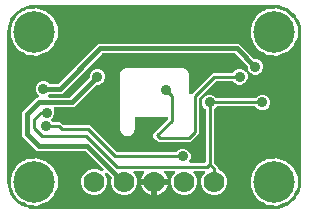
<source format=gbr>
G04 EAGLE Gerber RS-274X export*
G75*
%MOMM*%
%FSLAX34Y34*%
%LPD*%
%INBottom Copper*%
%IPPOS*%
%AMOC8*
5,1,8,0,0,1.08239X$1,22.5*%
G01*
%ADD10C,3.516000*%
%ADD11C,1.778000*%
%ADD12C,0.906400*%
%ADD13C,0.254000*%
%ADD14C,0.889000*%
%ADD15C,0.406400*%

G36*
X228622Y2543D02*
X228622Y2543D01*
X228700Y2545D01*
X232077Y2810D01*
X232145Y2824D01*
X232214Y2829D01*
X232370Y2869D01*
X238794Y4956D01*
X238901Y5006D01*
X239012Y5050D01*
X239063Y5083D01*
X239082Y5091D01*
X239097Y5104D01*
X239148Y5136D01*
X244612Y9107D01*
X244699Y9188D01*
X244746Y9227D01*
X244752Y9231D01*
X244753Y9233D01*
X244791Y9264D01*
X244829Y9310D01*
X244844Y9324D01*
X244855Y9341D01*
X244893Y9387D01*
X246586Y11717D01*
X246599Y11741D01*
X246616Y11761D01*
X246675Y11879D01*
X246739Y11996D01*
X246746Y12022D01*
X246758Y12046D01*
X246785Y12174D01*
X246799Y12185D01*
X246823Y12196D01*
X246925Y12281D01*
X247031Y12361D01*
X247048Y12382D01*
X247068Y12398D01*
X247171Y12522D01*
X248864Y14852D01*
X248921Y14956D01*
X248985Y15056D01*
X249007Y15113D01*
X249017Y15131D01*
X249022Y15151D01*
X249044Y15206D01*
X251131Y21630D01*
X251144Y21698D01*
X251167Y21764D01*
X251190Y21923D01*
X251455Y25300D01*
X251455Y25304D01*
X251456Y25307D01*
X251455Y25326D01*
X251459Y25400D01*
X251459Y152400D01*
X251457Y152422D01*
X251455Y152500D01*
X251190Y155877D01*
X251176Y155945D01*
X251171Y156014D01*
X251131Y156170D01*
X249044Y162594D01*
X248993Y162701D01*
X248950Y162812D01*
X248917Y162863D01*
X248909Y162882D01*
X248896Y162897D01*
X248864Y162948D01*
X247171Y165278D01*
X247153Y165297D01*
X247139Y165320D01*
X247044Y165413D01*
X246953Y165509D01*
X246931Y165524D01*
X246912Y165542D01*
X246798Y165608D01*
X246792Y165624D01*
X246789Y165651D01*
X246740Y165775D01*
X246697Y165900D01*
X246682Y165922D01*
X246672Y165947D01*
X246586Y166083D01*
X244893Y168413D01*
X244812Y168499D01*
X244736Y168591D01*
X244690Y168629D01*
X244676Y168644D01*
X244658Y168655D01*
X244612Y168693D01*
X239148Y172664D01*
X239044Y172721D01*
X238944Y172785D01*
X238887Y172807D01*
X238869Y172817D01*
X238849Y172822D01*
X238794Y172844D01*
X232370Y174931D01*
X232302Y174944D01*
X232236Y174967D01*
X232077Y174990D01*
X228700Y175255D01*
X228678Y175254D01*
X228600Y175259D01*
X25400Y175259D01*
X25378Y175257D01*
X25300Y175255D01*
X21923Y174990D01*
X21855Y174976D01*
X21786Y174971D01*
X21630Y174931D01*
X18892Y174041D01*
X18867Y174030D01*
X18841Y174024D01*
X18724Y173963D01*
X18604Y173906D01*
X18583Y173889D01*
X18560Y173877D01*
X18462Y173789D01*
X18445Y173788D01*
X18418Y173793D01*
X18286Y173785D01*
X18153Y173783D01*
X18128Y173775D01*
X18101Y173774D01*
X17945Y173734D01*
X15206Y172844D01*
X15099Y172794D01*
X14988Y172750D01*
X14937Y172717D01*
X14918Y172709D01*
X14903Y172696D01*
X14852Y172664D01*
X9388Y168693D01*
X9301Y168612D01*
X9209Y168536D01*
X9171Y168490D01*
X9156Y168476D01*
X9145Y168458D01*
X9107Y168412D01*
X5136Y162948D01*
X5079Y162844D01*
X5015Y162744D01*
X4993Y162687D01*
X4983Y162669D01*
X4978Y162649D01*
X4956Y162594D01*
X2869Y156170D01*
X2856Y156102D01*
X2833Y156036D01*
X2810Y155877D01*
X2545Y152500D01*
X2546Y152478D01*
X2541Y152400D01*
X2541Y25400D01*
X2543Y25378D01*
X2545Y25300D01*
X2810Y21923D01*
X2824Y21855D01*
X2829Y21786D01*
X2869Y21630D01*
X4956Y15206D01*
X5006Y15099D01*
X5050Y14988D01*
X5083Y14937D01*
X5091Y14918D01*
X5104Y14903D01*
X5136Y14852D01*
X9107Y9388D01*
X9127Y9366D01*
X9138Y9348D01*
X9184Y9305D01*
X9188Y9301D01*
X9264Y9209D01*
X9310Y9171D01*
X9324Y9156D01*
X9342Y9145D01*
X9388Y9107D01*
X14852Y5136D01*
X14956Y5079D01*
X15056Y5015D01*
X15113Y4993D01*
X15131Y4983D01*
X15151Y4978D01*
X15206Y4956D01*
X17945Y4066D01*
X17971Y4061D01*
X17996Y4051D01*
X18127Y4031D01*
X18257Y4006D01*
X18284Y4008D01*
X18310Y4004D01*
X18441Y4018D01*
X18455Y4008D01*
X18474Y3989D01*
X18585Y3917D01*
X18694Y3842D01*
X18719Y3832D01*
X18742Y3818D01*
X18891Y3759D01*
X21630Y2869D01*
X21698Y2856D01*
X21764Y2833D01*
X21923Y2810D01*
X25300Y2545D01*
X25322Y2546D01*
X25400Y2541D01*
X228600Y2541D01*
X228622Y2543D01*
G37*
%LPC*%
G36*
X74027Y14477D02*
X74027Y14477D01*
X70013Y16140D01*
X66940Y19213D01*
X65277Y23227D01*
X65277Y27573D01*
X66940Y31587D01*
X70013Y34660D01*
X74027Y36323D01*
X78373Y36323D01*
X82231Y34724D01*
X82299Y34706D01*
X82363Y34678D01*
X82452Y34664D01*
X82538Y34640D01*
X82608Y34639D01*
X82677Y34628D01*
X82766Y34637D01*
X82856Y34635D01*
X82924Y34652D01*
X82994Y34658D01*
X83078Y34689D01*
X83165Y34710D01*
X83227Y34742D01*
X83293Y34766D01*
X83367Y34816D01*
X83447Y34858D01*
X83498Y34905D01*
X83556Y34944D01*
X83616Y35012D01*
X83682Y35072D01*
X83720Y35130D01*
X83766Y35183D01*
X83807Y35263D01*
X83857Y35338D01*
X83879Y35404D01*
X83911Y35466D01*
X83931Y35554D01*
X83960Y35639D01*
X83965Y35708D01*
X83981Y35776D01*
X83978Y35866D01*
X83985Y35956D01*
X83973Y36024D01*
X83971Y36094D01*
X83946Y36180D01*
X83931Y36269D01*
X83902Y36333D01*
X83883Y36400D01*
X83837Y36477D01*
X83800Y36559D01*
X83757Y36614D01*
X83721Y36674D01*
X83615Y36794D01*
X68966Y51444D01*
X68887Y51504D01*
X68815Y51572D01*
X68762Y51601D01*
X68714Y51638D01*
X68623Y51678D01*
X68537Y51726D01*
X68478Y51741D01*
X68423Y51765D01*
X68325Y51780D01*
X68229Y51805D01*
X68129Y51811D01*
X68108Y51815D01*
X68096Y51813D01*
X68068Y51815D01*
X27526Y51815D01*
X14985Y64356D01*
X14985Y84234D01*
X27526Y96775D01*
X28037Y96775D01*
X28175Y96792D01*
X28313Y96805D01*
X28332Y96812D01*
X28353Y96815D01*
X28482Y96866D01*
X28613Y96913D01*
X28630Y96924D01*
X28648Y96932D01*
X28761Y97013D01*
X28876Y97091D01*
X28889Y97107D01*
X28906Y97118D01*
X28994Y97226D01*
X29086Y97330D01*
X29096Y97348D01*
X29108Y97363D01*
X29168Y97489D01*
X29231Y97613D01*
X29235Y97633D01*
X29244Y97651D01*
X29270Y97788D01*
X29301Y97923D01*
X29300Y97944D01*
X29304Y97963D01*
X29295Y98102D01*
X29291Y98241D01*
X29285Y98261D01*
X29284Y98281D01*
X29241Y98413D01*
X29203Y98547D01*
X29192Y98564D01*
X29186Y98583D01*
X29112Y98701D01*
X29041Y98821D01*
X29022Y98842D01*
X29016Y98852D01*
X29001Y98866D01*
X28935Y98941D01*
X27455Y100421D01*
X26455Y102834D01*
X26455Y105446D01*
X27455Y107859D01*
X29301Y109705D01*
X31714Y110705D01*
X34326Y110705D01*
X36739Y109705D01*
X37867Y108576D01*
X37946Y108516D01*
X38018Y108448D01*
X38071Y108419D01*
X38119Y108382D01*
X38210Y108342D01*
X38296Y108294D01*
X38355Y108279D01*
X38411Y108255D01*
X38509Y108240D01*
X38604Y108215D01*
X38704Y108209D01*
X38725Y108205D01*
X38737Y108207D01*
X38765Y108205D01*
X44781Y108205D01*
X44879Y108217D01*
X44978Y108220D01*
X45036Y108237D01*
X45096Y108245D01*
X45188Y108281D01*
X45283Y108309D01*
X45335Y108339D01*
X45392Y108362D01*
X45472Y108420D01*
X45557Y108470D01*
X45633Y108536D01*
X45649Y108548D01*
X45657Y108558D01*
X45678Y108576D01*
X79596Y142495D01*
X198534Y142495D01*
X211292Y129736D01*
X211370Y129676D01*
X211442Y129608D01*
X211495Y129579D01*
X211543Y129542D01*
X211634Y129502D01*
X211721Y129454D01*
X211779Y129439D01*
X211835Y129415D01*
X211933Y129400D01*
X212029Y129375D01*
X212129Y129369D01*
X212149Y129365D01*
X212161Y129367D01*
X212189Y129365D01*
X213786Y129365D01*
X216199Y128365D01*
X218045Y126519D01*
X219045Y124106D01*
X219045Y121494D01*
X218045Y119081D01*
X216199Y117235D01*
X213786Y116235D01*
X211174Y116235D01*
X208761Y117235D01*
X207330Y118666D01*
X207275Y118709D01*
X207227Y118759D01*
X207150Y118806D01*
X207079Y118861D01*
X207015Y118888D01*
X206955Y118925D01*
X206870Y118951D01*
X206787Y118987D01*
X206718Y118998D01*
X206664Y119015D01*
X206671Y119034D01*
X206681Y119123D01*
X206701Y119211D01*
X206699Y119281D01*
X206706Y119350D01*
X206694Y119439D01*
X206691Y119529D01*
X206672Y119596D01*
X206662Y119665D01*
X206610Y119817D01*
X205915Y121494D01*
X205915Y123091D01*
X205903Y123189D01*
X205900Y123288D01*
X205883Y123346D01*
X205875Y123406D01*
X205839Y123498D01*
X205811Y123593D01*
X205781Y123645D01*
X205758Y123702D01*
X205700Y123782D01*
X205650Y123867D01*
X205584Y123943D01*
X205572Y123959D01*
X205562Y123967D01*
X205544Y123988D01*
X195538Y133994D01*
X195460Y134054D01*
X195388Y134122D01*
X195335Y134151D01*
X195287Y134188D01*
X195196Y134228D01*
X195109Y134276D01*
X195051Y134291D01*
X194995Y134315D01*
X194897Y134330D01*
X194801Y134355D01*
X194701Y134361D01*
X194681Y134365D01*
X194669Y134363D01*
X194641Y134365D01*
X83489Y134365D01*
X83391Y134353D01*
X83292Y134350D01*
X83234Y134333D01*
X83174Y134325D01*
X83082Y134289D01*
X82987Y134261D01*
X82935Y134231D01*
X82878Y134208D01*
X82798Y134150D01*
X82713Y134100D01*
X82637Y134034D01*
X82621Y134022D01*
X82613Y134012D01*
X82592Y133994D01*
X48674Y100075D01*
X38765Y100075D01*
X38667Y100063D01*
X38568Y100060D01*
X38510Y100043D01*
X38449Y100035D01*
X38357Y99999D01*
X38262Y99971D01*
X38210Y99941D01*
X38154Y99918D01*
X38074Y99860D01*
X37988Y99810D01*
X37913Y99744D01*
X37896Y99732D01*
X37889Y99722D01*
X37867Y99704D01*
X37105Y98941D01*
X37020Y98832D01*
X36932Y98725D01*
X36923Y98706D01*
X36910Y98690D01*
X36855Y98562D01*
X36796Y98437D01*
X36792Y98417D01*
X36784Y98398D01*
X36762Y98260D01*
X36736Y98124D01*
X36737Y98104D01*
X36734Y98084D01*
X36747Y97945D01*
X36756Y97807D01*
X36762Y97788D01*
X36764Y97768D01*
X36811Y97636D01*
X36854Y97505D01*
X36865Y97487D01*
X36872Y97468D01*
X36950Y97354D01*
X37024Y97236D01*
X37039Y97222D01*
X37050Y97205D01*
X37154Y97113D01*
X37256Y97018D01*
X37274Y97008D01*
X37289Y96995D01*
X37412Y96932D01*
X37534Y96864D01*
X37554Y96859D01*
X37572Y96850D01*
X37708Y96820D01*
X37842Y96785D01*
X37870Y96783D01*
X37882Y96780D01*
X37903Y96781D01*
X38003Y96775D01*
X54941Y96775D01*
X55039Y96787D01*
X55138Y96790D01*
X55196Y96807D01*
X55256Y96815D01*
X55348Y96851D01*
X55443Y96879D01*
X55495Y96909D01*
X55552Y96932D01*
X55632Y96990D01*
X55717Y97040D01*
X55793Y97106D01*
X55809Y97118D01*
X55817Y97128D01*
X55838Y97146D01*
X71891Y113199D01*
X71951Y113277D01*
X72019Y113349D01*
X72048Y113402D01*
X72085Y113450D01*
X72125Y113541D01*
X72173Y113628D01*
X72188Y113686D01*
X72212Y113742D01*
X72227Y113840D01*
X72252Y113936D01*
X72258Y114036D01*
X72262Y114056D01*
X72260Y114068D01*
X72262Y114096D01*
X72262Y115589D01*
X73248Y117969D01*
X75071Y119792D01*
X77451Y120778D01*
X80029Y120778D01*
X82409Y119792D01*
X84232Y117969D01*
X85218Y115589D01*
X85218Y113011D01*
X84232Y110631D01*
X82409Y108808D01*
X80029Y107822D01*
X78536Y107822D01*
X78438Y107810D01*
X78339Y107807D01*
X78281Y107790D01*
X78221Y107782D01*
X78129Y107746D01*
X78034Y107718D01*
X77982Y107688D01*
X77925Y107665D01*
X77845Y107607D01*
X77760Y107557D01*
X77684Y107491D01*
X77668Y107479D01*
X77660Y107469D01*
X77639Y107451D01*
X58834Y88645D01*
X42886Y88645D01*
X42837Y88639D01*
X42787Y88641D01*
X42680Y88619D01*
X42571Y88605D01*
X42524Y88587D01*
X42476Y88577D01*
X42377Y88529D01*
X42275Y88488D01*
X42235Y88459D01*
X42190Y88437D01*
X42107Y88366D01*
X42018Y88302D01*
X41986Y88263D01*
X41948Y88231D01*
X41885Y88141D01*
X41815Y88057D01*
X41794Y88012D01*
X41765Y87971D01*
X41726Y87868D01*
X41679Y87769D01*
X41670Y87720D01*
X41652Y87674D01*
X41640Y87564D01*
X41619Y87457D01*
X41623Y87407D01*
X41617Y87358D01*
X41632Y87249D01*
X41639Y87139D01*
X41655Y87092D01*
X41661Y87043D01*
X41714Y86890D01*
X42351Y85352D01*
X42351Y82740D01*
X41351Y80327D01*
X40026Y79003D01*
X39953Y78908D01*
X39875Y78819D01*
X39856Y78783D01*
X39832Y78751D01*
X39784Y78642D01*
X39730Y78536D01*
X39721Y78497D01*
X39705Y78459D01*
X39686Y78342D01*
X39660Y78226D01*
X39662Y78185D01*
X39655Y78145D01*
X39666Y78027D01*
X39670Y77908D01*
X39681Y77869D01*
X39685Y77829D01*
X39725Y77716D01*
X39758Y77602D01*
X39779Y77568D01*
X39793Y77529D01*
X39860Y77431D01*
X39920Y77328D01*
X39960Y77283D01*
X39971Y77266D01*
X39987Y77253D01*
X40026Y77208D01*
X41169Y76064D01*
X41248Y76004D01*
X41320Y75936D01*
X41373Y75907D01*
X41421Y75870D01*
X41512Y75830D01*
X41598Y75782D01*
X41657Y75767D01*
X41713Y75743D01*
X41811Y75728D01*
X41906Y75703D01*
X42006Y75697D01*
X42027Y75693D01*
X42039Y75695D01*
X42067Y75693D01*
X47320Y75693D01*
X49488Y73524D01*
X49566Y73464D01*
X49638Y73396D01*
X49691Y73367D01*
X49739Y73330D01*
X49830Y73290D01*
X49917Y73242D01*
X49975Y73227D01*
X50031Y73203D01*
X50129Y73188D01*
X50225Y73163D01*
X50325Y73157D01*
X50345Y73153D01*
X50357Y73155D01*
X50385Y73153D01*
X72488Y73153D01*
X94976Y50664D01*
X95055Y50604D01*
X95127Y50536D01*
X95180Y50507D01*
X95228Y50470D01*
X95319Y50430D01*
X95405Y50382D01*
X95464Y50367D01*
X95519Y50343D01*
X95617Y50328D01*
X95713Y50303D01*
X95813Y50297D01*
X95834Y50293D01*
X95846Y50295D01*
X95874Y50293D01*
X144623Y50293D01*
X144721Y50305D01*
X144820Y50308D01*
X144879Y50325D01*
X144939Y50333D01*
X145031Y50369D01*
X145126Y50397D01*
X145178Y50427D01*
X145234Y50450D01*
X145314Y50508D01*
X145400Y50558D01*
X145475Y50624D01*
X145492Y50636D01*
X145499Y50646D01*
X145521Y50664D01*
X147411Y52555D01*
X149824Y53555D01*
X152436Y53555D01*
X154849Y52555D01*
X156695Y50709D01*
X157695Y48296D01*
X157695Y45684D01*
X156727Y43348D01*
X156714Y43300D01*
X156693Y43255D01*
X156672Y43147D01*
X156643Y43041D01*
X156642Y42991D01*
X156633Y42942D01*
X156640Y42833D01*
X156638Y42723D01*
X156650Y42675D01*
X156653Y42625D01*
X156686Y42521D01*
X156712Y42414D01*
X156735Y42370D01*
X156751Y42323D01*
X156809Y42230D01*
X156861Y42133D01*
X156894Y42096D01*
X156921Y42054D01*
X157001Y41979D01*
X157075Y41897D01*
X157116Y41870D01*
X157152Y41836D01*
X157249Y41783D01*
X157340Y41723D01*
X157387Y41706D01*
X157431Y41682D01*
X157537Y41655D01*
X157641Y41619D01*
X157691Y41615D01*
X157739Y41603D01*
X157900Y41593D01*
X169228Y41593D01*
X169346Y41608D01*
X169465Y41615D01*
X169503Y41628D01*
X169544Y41633D01*
X169654Y41676D01*
X169767Y41713D01*
X169802Y41735D01*
X169839Y41750D01*
X169935Y41819D01*
X170036Y41883D01*
X170064Y41913D01*
X170097Y41936D01*
X170173Y42028D01*
X170254Y42115D01*
X170274Y42150D01*
X170299Y42181D01*
X170350Y42289D01*
X170408Y42393D01*
X170418Y42433D01*
X170435Y42469D01*
X170457Y42586D01*
X170487Y42701D01*
X170491Y42761D01*
X170495Y42781D01*
X170493Y42802D01*
X170497Y42862D01*
X170497Y86203D01*
X170485Y86301D01*
X170482Y86400D01*
X170465Y86458D01*
X170457Y86519D01*
X170421Y86611D01*
X170393Y86706D01*
X170363Y86758D01*
X170340Y86814D01*
X170282Y86894D01*
X170232Y86980D01*
X170166Y87055D01*
X170154Y87072D01*
X170144Y87079D01*
X170126Y87101D01*
X168235Y88991D01*
X167235Y91404D01*
X167235Y94016D01*
X168235Y96429D01*
X170081Y98275D01*
X172494Y99275D01*
X175106Y99275D01*
X177519Y98275D01*
X179409Y96384D01*
X179488Y96324D01*
X179560Y96256D01*
X179613Y96227D01*
X179661Y96190D01*
X179752Y96150D01*
X179838Y96102D01*
X179897Y96087D01*
X179953Y96063D01*
X180051Y96048D01*
X180146Y96023D01*
X180246Y96017D01*
X180267Y96013D01*
X180279Y96015D01*
X180307Y96013D01*
X211933Y96013D01*
X212031Y96025D01*
X212130Y96028D01*
X212188Y96045D01*
X212249Y96053D01*
X212341Y96089D01*
X212436Y96117D01*
X212488Y96147D01*
X212544Y96170D01*
X212624Y96228D01*
X212710Y96278D01*
X212785Y96344D01*
X212802Y96356D01*
X212809Y96366D01*
X212831Y96384D01*
X214721Y98275D01*
X217134Y99275D01*
X219746Y99275D01*
X222159Y98275D01*
X224005Y96429D01*
X225005Y94016D01*
X225005Y91404D01*
X224005Y88991D01*
X222159Y87145D01*
X219746Y86145D01*
X217134Y86145D01*
X214721Y87145D01*
X212831Y89036D01*
X212752Y89096D01*
X212680Y89164D01*
X212627Y89193D01*
X212579Y89230D01*
X212488Y89270D01*
X212402Y89318D01*
X212343Y89333D01*
X212287Y89357D01*
X212189Y89372D01*
X212094Y89397D01*
X211994Y89403D01*
X211973Y89407D01*
X211961Y89405D01*
X211933Y89407D01*
X180307Y89407D01*
X180209Y89395D01*
X180110Y89392D01*
X180052Y89375D01*
X179991Y89367D01*
X179899Y89331D01*
X179804Y89303D01*
X179752Y89273D01*
X179696Y89250D01*
X179616Y89192D01*
X179530Y89142D01*
X179455Y89076D01*
X179438Y89064D01*
X179431Y89054D01*
X179409Y89036D01*
X177474Y87101D01*
X177414Y87022D01*
X177346Y86950D01*
X177317Y86897D01*
X177280Y86849D01*
X177240Y86758D01*
X177192Y86672D01*
X177177Y86613D01*
X177153Y86557D01*
X177138Y86459D01*
X177113Y86364D01*
X177107Y86264D01*
X177103Y86243D01*
X177105Y86231D01*
X177103Y86203D01*
X177103Y42534D01*
X177115Y42436D01*
X177118Y42337D01*
X177135Y42278D01*
X177143Y42218D01*
X177179Y42126D01*
X177207Y42031D01*
X177237Y41979D01*
X177260Y41923D01*
X177318Y41843D01*
X177368Y41757D01*
X177434Y41682D01*
X177446Y41665D01*
X177456Y41657D01*
X177474Y41636D01*
X181103Y38008D01*
X181103Y36703D01*
X181106Y36673D01*
X181104Y36644D01*
X181126Y36516D01*
X181143Y36387D01*
X181153Y36360D01*
X181158Y36331D01*
X181212Y36212D01*
X181260Y36091D01*
X181277Y36068D01*
X181289Y36041D01*
X181370Y35939D01*
X181446Y35834D01*
X181469Y35815D01*
X181488Y35792D01*
X181591Y35714D01*
X181691Y35631D01*
X181718Y35619D01*
X181742Y35601D01*
X181886Y35530D01*
X183987Y34660D01*
X187060Y31587D01*
X188723Y27573D01*
X188723Y23227D01*
X187060Y19213D01*
X183987Y16140D01*
X179973Y14477D01*
X175627Y14477D01*
X171613Y16140D01*
X168540Y19213D01*
X166877Y23227D01*
X166877Y27573D01*
X168540Y31587D01*
X169773Y32821D01*
X169859Y32930D01*
X169947Y33037D01*
X169956Y33056D01*
X169968Y33072D01*
X170024Y33199D01*
X170083Y33325D01*
X170087Y33345D01*
X170095Y33364D01*
X170117Y33502D01*
X170143Y33638D01*
X170141Y33658D01*
X170145Y33678D01*
X170132Y33817D01*
X170123Y33955D01*
X170117Y33974D01*
X170115Y33994D01*
X170068Y34126D01*
X170025Y34257D01*
X170014Y34275D01*
X170007Y34294D01*
X169929Y34409D01*
X169855Y34526D01*
X169840Y34540D01*
X169829Y34557D01*
X169724Y34649D01*
X169623Y34744D01*
X169605Y34754D01*
X169590Y34767D01*
X169466Y34831D01*
X169345Y34898D01*
X169325Y34903D01*
X169307Y34912D01*
X169171Y34942D01*
X169037Y34977D01*
X169009Y34979D01*
X168997Y34982D01*
X168976Y34981D01*
X168876Y34987D01*
X161324Y34987D01*
X161186Y34970D01*
X161048Y34957D01*
X161029Y34950D01*
X161008Y34947D01*
X160879Y34896D01*
X160748Y34849D01*
X160732Y34838D01*
X160713Y34830D01*
X160601Y34749D01*
X160485Y34671D01*
X160472Y34655D01*
X160455Y34644D01*
X160367Y34536D01*
X160275Y34432D01*
X160266Y34414D01*
X160253Y34399D01*
X160193Y34273D01*
X160130Y34149D01*
X160126Y34129D01*
X160117Y34111D01*
X160091Y33974D01*
X160061Y33839D01*
X160061Y33818D01*
X160057Y33799D01*
X160066Y33660D01*
X160070Y33521D01*
X160076Y33501D01*
X160077Y33481D01*
X160120Y33349D01*
X160159Y33215D01*
X160169Y33198D01*
X160175Y33179D01*
X160250Y33061D01*
X160320Y32941D01*
X160339Y32920D01*
X160345Y32910D01*
X160360Y32896D01*
X160427Y32821D01*
X161660Y31587D01*
X163323Y27573D01*
X163323Y23227D01*
X161660Y19213D01*
X158587Y16140D01*
X154573Y14477D01*
X150227Y14477D01*
X146213Y16140D01*
X143140Y19213D01*
X141477Y23227D01*
X141477Y27573D01*
X143140Y31587D01*
X144373Y32821D01*
X144459Y32930D01*
X144547Y33037D01*
X144556Y33056D01*
X144568Y33072D01*
X144624Y33199D01*
X144683Y33325D01*
X144687Y33345D01*
X144695Y33364D01*
X144717Y33502D01*
X144743Y33638D01*
X144741Y33658D01*
X144745Y33678D01*
X144732Y33817D01*
X144723Y33955D01*
X144717Y33974D01*
X144715Y33994D01*
X144668Y34126D01*
X144625Y34257D01*
X144614Y34275D01*
X144607Y34294D01*
X144529Y34409D01*
X144455Y34526D01*
X144440Y34540D01*
X144429Y34557D01*
X144324Y34649D01*
X144223Y34744D01*
X144205Y34754D01*
X144190Y34767D01*
X144066Y34831D01*
X143945Y34898D01*
X143925Y34903D01*
X143907Y34912D01*
X143771Y34942D01*
X143637Y34977D01*
X143609Y34979D01*
X143597Y34982D01*
X143576Y34981D01*
X143476Y34987D01*
X136642Y34987D01*
X136504Y34970D01*
X136366Y34957D01*
X136347Y34950D01*
X136327Y34947D01*
X136197Y34896D01*
X136066Y34849D01*
X136050Y34838D01*
X136031Y34830D01*
X135918Y34749D01*
X135803Y34670D01*
X135790Y34655D01*
X135774Y34644D01*
X135685Y34536D01*
X135593Y34432D01*
X135584Y34414D01*
X135571Y34399D01*
X135512Y34273D01*
X135448Y34149D01*
X135444Y34129D01*
X135436Y34111D01*
X135409Y33974D01*
X135379Y33838D01*
X135380Y33818D01*
X135376Y33799D01*
X135384Y33659D01*
X135389Y33520D01*
X135394Y33501D01*
X135396Y33481D01*
X135438Y33349D01*
X135477Y33215D01*
X135487Y33198D01*
X135494Y33179D01*
X135568Y33061D01*
X135639Y32941D01*
X135657Y32920D01*
X135664Y32910D01*
X135679Y32896D01*
X135704Y32867D01*
X136777Y31391D01*
X137593Y29788D01*
X138149Y28077D01*
X138177Y27899D01*
X128230Y27899D01*
X128112Y27884D01*
X127993Y27877D01*
X127955Y27864D01*
X127915Y27859D01*
X127804Y27816D01*
X127691Y27779D01*
X127657Y27757D01*
X127619Y27742D01*
X127523Y27673D01*
X127422Y27609D01*
X127394Y27579D01*
X127362Y27556D01*
X127286Y27464D01*
X127204Y27377D01*
X127185Y27342D01*
X127159Y27311D01*
X127108Y27203D01*
X127051Y27099D01*
X127041Y27059D01*
X127023Y27023D01*
X127003Y26916D01*
X126999Y26946D01*
X126955Y27056D01*
X126919Y27169D01*
X126897Y27204D01*
X126882Y27241D01*
X126812Y27337D01*
X126749Y27438D01*
X126719Y27466D01*
X126695Y27499D01*
X126604Y27575D01*
X126517Y27656D01*
X126482Y27676D01*
X126450Y27701D01*
X126343Y27752D01*
X126238Y27810D01*
X126199Y27820D01*
X126163Y27837D01*
X126046Y27859D01*
X125930Y27889D01*
X125870Y27893D01*
X125850Y27897D01*
X125830Y27895D01*
X125770Y27899D01*
X115823Y27899D01*
X115851Y28077D01*
X116407Y29788D01*
X117223Y31391D01*
X118340Y32927D01*
X118344Y32935D01*
X118429Y33037D01*
X118437Y33056D01*
X118450Y33071D01*
X118505Y33199D01*
X118564Y33325D01*
X118568Y33345D01*
X118576Y33363D01*
X118598Y33501D01*
X118624Y33638D01*
X118623Y33657D01*
X118626Y33677D01*
X118613Y33816D01*
X118604Y33955D01*
X118598Y33974D01*
X118596Y33994D01*
X118549Y34125D01*
X118506Y34257D01*
X118496Y34274D01*
X118489Y34293D01*
X118411Y34408D01*
X118336Y34526D01*
X118322Y34540D01*
X118310Y34556D01*
X118206Y34649D01*
X118105Y34744D01*
X118087Y34754D01*
X118072Y34767D01*
X117948Y34830D01*
X117826Y34898D01*
X117807Y34903D01*
X117789Y34912D01*
X117653Y34942D01*
X117518Y34977D01*
X117491Y34979D01*
X117479Y34981D01*
X117458Y34981D01*
X117358Y34987D01*
X110524Y34987D01*
X110386Y34970D01*
X110248Y34957D01*
X110229Y34950D01*
X110208Y34947D01*
X110079Y34896D01*
X109948Y34849D01*
X109932Y34838D01*
X109913Y34830D01*
X109801Y34749D01*
X109685Y34671D01*
X109672Y34655D01*
X109655Y34644D01*
X109567Y34536D01*
X109475Y34432D01*
X109466Y34414D01*
X109453Y34399D01*
X109393Y34273D01*
X109330Y34149D01*
X109326Y34129D01*
X109317Y34111D01*
X109291Y33974D01*
X109261Y33839D01*
X109261Y33818D01*
X109257Y33799D01*
X109266Y33660D01*
X109270Y33521D01*
X109276Y33501D01*
X109277Y33481D01*
X109320Y33349D01*
X109359Y33215D01*
X109369Y33198D01*
X109375Y33179D01*
X109450Y33061D01*
X109520Y32941D01*
X109539Y32920D01*
X109545Y32910D01*
X109560Y32896D01*
X109627Y32821D01*
X110860Y31587D01*
X112523Y27573D01*
X112523Y23227D01*
X110860Y19213D01*
X107787Y16140D01*
X103773Y14477D01*
X99427Y14477D01*
X95413Y16140D01*
X92340Y19213D01*
X90677Y23227D01*
X90677Y27573D01*
X90985Y28316D01*
X90993Y28344D01*
X91006Y28371D01*
X91035Y28497D01*
X91069Y28623D01*
X91070Y28652D01*
X91076Y28681D01*
X91072Y28811D01*
X91074Y28941D01*
X91067Y28969D01*
X91066Y28999D01*
X91030Y29123D01*
X91000Y29250D01*
X90986Y29276D01*
X90978Y29304D01*
X90912Y29416D01*
X90851Y29531D01*
X90831Y29553D01*
X90816Y29578D01*
X90710Y29699D01*
X87594Y32815D01*
X87539Y32858D01*
X87491Y32908D01*
X87414Y32955D01*
X87343Y33010D01*
X87279Y33037D01*
X87220Y33074D01*
X87134Y33100D01*
X87051Y33136D01*
X86982Y33147D01*
X86916Y33167D01*
X86826Y33172D01*
X86737Y33186D01*
X86668Y33179D01*
X86598Y33183D01*
X86510Y33164D01*
X86421Y33156D01*
X86355Y33132D01*
X86287Y33118D01*
X86206Y33079D01*
X86121Y33048D01*
X86064Y33009D01*
X86001Y32979D01*
X85933Y32920D01*
X85858Y32870D01*
X85812Y32817D01*
X85759Y32772D01*
X85707Y32699D01*
X85648Y32631D01*
X85616Y32569D01*
X85576Y32512D01*
X85544Y32428D01*
X85503Y32348D01*
X85488Y32280D01*
X85463Y32215D01*
X85453Y32125D01*
X85433Y32038D01*
X85436Y31968D01*
X85428Y31899D01*
X85440Y31810D01*
X85443Y31720D01*
X85463Y31653D01*
X85472Y31584D01*
X85524Y31431D01*
X87123Y27573D01*
X87123Y23227D01*
X85460Y19213D01*
X82387Y16140D01*
X78373Y14477D01*
X74027Y14477D01*
G37*
%LPD*%
%LPC*%
G36*
X130744Y58927D02*
X130744Y58927D01*
X128576Y61096D01*
X126269Y63402D01*
X126269Y66138D01*
X137931Y77799D01*
X137991Y77878D01*
X138059Y77950D01*
X138079Y77986D01*
X138103Y78015D01*
X138112Y78033D01*
X138125Y78051D01*
X138165Y78142D01*
X138213Y78228D01*
X138223Y78270D01*
X138239Y78303D01*
X138242Y78320D01*
X138252Y78342D01*
X138267Y78440D01*
X138292Y78536D01*
X138296Y78603D01*
X138299Y78615D01*
X138298Y78628D01*
X138298Y78636D01*
X138302Y78657D01*
X138300Y78669D01*
X138302Y78697D01*
X138302Y79375D01*
X138287Y79493D01*
X138280Y79612D01*
X138267Y79650D01*
X138262Y79691D01*
X138219Y79801D01*
X138182Y79914D01*
X138160Y79949D01*
X138145Y79986D01*
X138076Y80082D01*
X138012Y80183D01*
X137982Y80211D01*
X137959Y80244D01*
X137867Y80320D01*
X137780Y80401D01*
X137745Y80421D01*
X137714Y80446D01*
X137606Y80497D01*
X137502Y80555D01*
X137462Y80565D01*
X137426Y80582D01*
X137309Y80604D01*
X137194Y80634D01*
X137134Y80638D01*
X137114Y80642D01*
X137093Y80640D01*
X137033Y80644D01*
X112014Y80644D01*
X111896Y80629D01*
X111777Y80622D01*
X111739Y80609D01*
X111698Y80604D01*
X111588Y80561D01*
X111475Y80524D01*
X111440Y80502D01*
X111403Y80487D01*
X111307Y80418D01*
X111206Y80354D01*
X111178Y80324D01*
X111145Y80301D01*
X111069Y80209D01*
X110988Y80122D01*
X110968Y80087D01*
X110943Y80056D01*
X110892Y79948D01*
X110834Y79844D01*
X110824Y79804D01*
X110807Y79768D01*
X110785Y79651D01*
X110755Y79536D01*
X110751Y79476D01*
X110747Y79456D01*
X110749Y79435D01*
X110745Y79375D01*
X110745Y69806D01*
X109739Y67379D01*
X107881Y65521D01*
X105454Y64515D01*
X102826Y64515D01*
X100399Y65521D01*
X98541Y67379D01*
X97535Y69806D01*
X97535Y116884D01*
X98541Y119311D01*
X100399Y121169D01*
X102826Y122175D01*
X151174Y122175D01*
X153601Y121169D01*
X155459Y119311D01*
X156465Y116884D01*
X156465Y100700D01*
X156482Y100562D01*
X156495Y100423D01*
X156502Y100404D01*
X156505Y100384D01*
X156556Y100255D01*
X156603Y100124D01*
X156614Y100107D01*
X156622Y100089D01*
X156703Y99976D01*
X156781Y99861D01*
X156797Y99848D01*
X156808Y99831D01*
X156916Y99743D01*
X157020Y99650D01*
X157038Y99641D01*
X157053Y99628D01*
X157179Y99569D01*
X157303Y99506D01*
X157323Y99501D01*
X157341Y99493D01*
X157477Y99467D01*
X157613Y99436D01*
X157634Y99437D01*
X157653Y99433D01*
X157792Y99442D01*
X157931Y99446D01*
X157951Y99452D01*
X157971Y99453D01*
X158103Y99496D01*
X158237Y99534D01*
X158254Y99545D01*
X158273Y99551D01*
X158391Y99625D01*
X158511Y99696D01*
X158532Y99714D01*
X158542Y99721D01*
X158556Y99736D01*
X158631Y99802D01*
X174126Y115296D01*
X176432Y117603D01*
X192883Y117603D01*
X192981Y117615D01*
X193080Y117618D01*
X193139Y117635D01*
X193199Y117643D01*
X193291Y117679D01*
X193386Y117707D01*
X193438Y117737D01*
X193494Y117760D01*
X193574Y117818D01*
X193660Y117868D01*
X193735Y117934D01*
X193752Y117946D01*
X193759Y117956D01*
X193781Y117974D01*
X195671Y119865D01*
X198084Y120865D01*
X200696Y120865D01*
X203109Y119865D01*
X204540Y118434D01*
X204595Y118391D01*
X204643Y118341D01*
X204720Y118294D01*
X204791Y118239D01*
X204855Y118212D01*
X204915Y118175D01*
X205000Y118149D01*
X205083Y118113D01*
X205152Y118102D01*
X205206Y118085D01*
X205199Y118066D01*
X205189Y117976D01*
X205169Y117889D01*
X205171Y117819D01*
X205164Y117750D01*
X205176Y117661D01*
X205179Y117571D01*
X205198Y117504D01*
X205208Y117435D01*
X205260Y117282D01*
X205955Y115606D01*
X205955Y112994D01*
X204955Y110581D01*
X203109Y108735D01*
X200696Y107735D01*
X198084Y107735D01*
X195671Y108735D01*
X193781Y110626D01*
X193702Y110686D01*
X193630Y110754D01*
X193577Y110783D01*
X193529Y110820D01*
X193438Y110860D01*
X193352Y110908D01*
X193293Y110923D01*
X193237Y110947D01*
X193139Y110962D01*
X193044Y110987D01*
X192944Y110993D01*
X192923Y110997D01*
X192911Y110995D01*
X192883Y110997D01*
X179694Y110997D01*
X179596Y110985D01*
X179497Y110982D01*
X179438Y110965D01*
X179378Y110957D01*
X179286Y110921D01*
X179191Y110893D01*
X179139Y110863D01*
X179083Y110840D01*
X179003Y110782D01*
X178917Y110732D01*
X178842Y110666D01*
X178825Y110654D01*
X178817Y110644D01*
X178796Y110626D01*
X164964Y96794D01*
X164904Y96715D01*
X164836Y96643D01*
X164807Y96590D01*
X164770Y96542D01*
X164730Y96451D01*
X164682Y96365D01*
X164667Y96306D01*
X164643Y96251D01*
X164628Y96153D01*
X164603Y96057D01*
X164597Y95957D01*
X164593Y95936D01*
X164595Y95924D01*
X164593Y95896D01*
X164593Y65942D01*
X157578Y58927D01*
X130744Y58927D01*
G37*
%LPD*%
%LPC*%
G36*
X226876Y5780D02*
X226876Y5780D01*
X226858Y5780D01*
X226743Y5787D01*
X224699Y5787D01*
X224151Y6014D01*
X224052Y6041D01*
X223957Y6077D01*
X223865Y6092D01*
X223844Y6098D01*
X223831Y6098D01*
X223798Y6104D01*
X222379Y6253D01*
X219415Y7964D01*
X219413Y7965D01*
X219410Y7967D01*
X219266Y8038D01*
X217490Y8773D01*
X216893Y9370D01*
X216826Y9422D01*
X216765Y9483D01*
X216651Y9558D01*
X216642Y9565D01*
X216638Y9567D01*
X216631Y9572D01*
X215129Y10439D01*
X213339Y12903D01*
X213326Y12917D01*
X213316Y12933D01*
X213209Y13054D01*
X211973Y14290D01*
X211557Y15296D01*
X211522Y15356D01*
X211497Y15420D01*
X211411Y15556D01*
X210208Y17211D01*
X209647Y19849D01*
X209636Y19883D01*
X209631Y19919D01*
X209579Y20071D01*
X208987Y21499D01*
X208987Y22822D01*
X208981Y22874D01*
X208983Y22926D01*
X208960Y23086D01*
X208468Y25400D01*
X208960Y27714D01*
X208964Y27767D01*
X208977Y27817D01*
X208987Y27978D01*
X208987Y29301D01*
X209579Y30729D01*
X209588Y30763D01*
X209604Y30795D01*
X209647Y30951D01*
X210208Y33589D01*
X211411Y35244D01*
X211444Y35305D01*
X211486Y35360D01*
X211557Y35504D01*
X211973Y36510D01*
X213209Y37746D01*
X213221Y37761D01*
X213236Y37773D01*
X213339Y37897D01*
X215129Y40361D01*
X216631Y41228D01*
X216699Y41280D01*
X216773Y41324D01*
X216875Y41414D01*
X216884Y41421D01*
X216887Y41424D01*
X216893Y41430D01*
X217490Y42027D01*
X219266Y42762D01*
X219268Y42764D01*
X219271Y42764D01*
X219415Y42836D01*
X222379Y44547D01*
X223798Y44696D01*
X223898Y44720D01*
X223999Y44734D01*
X224087Y44764D01*
X224108Y44769D01*
X224120Y44775D01*
X224151Y44786D01*
X224699Y45013D01*
X226743Y45013D01*
X226760Y45015D01*
X226876Y45020D01*
X230704Y45422D01*
X231773Y45075D01*
X231890Y45053D01*
X232005Y45023D01*
X232065Y45019D01*
X232085Y45015D01*
X232106Y45017D01*
X232165Y45013D01*
X232501Y45013D01*
X234409Y44222D01*
X234430Y44217D01*
X234503Y44188D01*
X238666Y42835D01*
X239278Y42285D01*
X239389Y42207D01*
X239497Y42126D01*
X239527Y42111D01*
X239539Y42103D01*
X239559Y42096D01*
X239641Y42055D01*
X239710Y42027D01*
X241005Y40732D01*
X241019Y40721D01*
X241053Y40686D01*
X244887Y37234D01*
X245100Y36756D01*
X245179Y36626D01*
X245450Y35971D01*
X245455Y35962D01*
X245463Y35941D01*
X248292Y29586D01*
X248292Y21214D01*
X245463Y14859D01*
X245460Y14849D01*
X245450Y14829D01*
X245194Y14211D01*
X245175Y14187D01*
X245170Y14178D01*
X245168Y14175D01*
X245163Y14165D01*
X245100Y14044D01*
X244985Y13785D01*
X244977Y13759D01*
X244964Y13736D01*
X244931Y13607D01*
X244914Y13552D01*
X244880Y13536D01*
X244860Y13519D01*
X244836Y13507D01*
X244710Y13407D01*
X241053Y10114D01*
X241041Y10100D01*
X241005Y10068D01*
X239710Y8773D01*
X239641Y8745D01*
X239524Y8678D01*
X239404Y8615D01*
X239377Y8594D01*
X239365Y8587D01*
X239350Y8572D01*
X239278Y8515D01*
X238666Y7965D01*
X234502Y6612D01*
X234483Y6603D01*
X234409Y6577D01*
X232501Y5787D01*
X232165Y5787D01*
X232047Y5772D01*
X231929Y5765D01*
X231870Y5750D01*
X231850Y5747D01*
X231831Y5740D01*
X231773Y5725D01*
X230704Y5378D01*
X226876Y5780D01*
G37*
%LPD*%
%LPC*%
G36*
X226876Y132780D02*
X226876Y132780D01*
X226858Y132780D01*
X226743Y132787D01*
X224699Y132787D01*
X224151Y133014D01*
X224052Y133041D01*
X223957Y133077D01*
X223865Y133092D01*
X223844Y133098D01*
X223831Y133098D01*
X223798Y133104D01*
X222379Y133253D01*
X219415Y134964D01*
X219413Y134965D01*
X219410Y134967D01*
X219266Y135038D01*
X217490Y135773D01*
X216893Y136370D01*
X216826Y136422D01*
X216765Y136483D01*
X216651Y136558D01*
X216642Y136565D01*
X216638Y136567D01*
X216631Y136572D01*
X215129Y137439D01*
X213339Y139903D01*
X213326Y139917D01*
X213316Y139933D01*
X213209Y140054D01*
X211973Y141290D01*
X211557Y142296D01*
X211522Y142356D01*
X211497Y142420D01*
X211411Y142556D01*
X210208Y144211D01*
X209647Y146849D01*
X209636Y146883D01*
X209631Y146919D01*
X209579Y147071D01*
X208987Y148499D01*
X208987Y149822D01*
X208981Y149874D01*
X208983Y149926D01*
X208960Y150086D01*
X208468Y152400D01*
X208960Y154714D01*
X208964Y154767D01*
X208977Y154817D01*
X208987Y154978D01*
X208987Y156301D01*
X209579Y157729D01*
X209588Y157763D01*
X209604Y157795D01*
X209647Y157951D01*
X210208Y160589D01*
X211411Y162244D01*
X211444Y162305D01*
X211486Y162360D01*
X211557Y162504D01*
X211973Y163510D01*
X213209Y164746D01*
X213221Y164761D01*
X213236Y164773D01*
X213339Y164897D01*
X215129Y167361D01*
X216631Y168228D01*
X216699Y168280D01*
X216773Y168324D01*
X216875Y168414D01*
X216884Y168421D01*
X216887Y168424D01*
X216893Y168430D01*
X217490Y169027D01*
X219266Y169762D01*
X219268Y169764D01*
X219271Y169764D01*
X219415Y169836D01*
X222379Y171547D01*
X223798Y171696D01*
X223898Y171720D01*
X223999Y171734D01*
X224087Y171764D01*
X224108Y171769D01*
X224120Y171775D01*
X224151Y171786D01*
X224699Y172013D01*
X226743Y172013D01*
X226760Y172015D01*
X226876Y172020D01*
X230704Y172422D01*
X231773Y172075D01*
X231890Y172053D01*
X232005Y172023D01*
X232065Y172019D01*
X232085Y172015D01*
X232106Y172017D01*
X232165Y172013D01*
X232501Y172013D01*
X234409Y171222D01*
X234430Y171217D01*
X234503Y171188D01*
X238666Y169835D01*
X239278Y169285D01*
X239389Y169207D01*
X239497Y169126D01*
X239527Y169111D01*
X239539Y169103D01*
X239559Y169096D01*
X239641Y169055D01*
X239710Y169027D01*
X241005Y167732D01*
X241019Y167721D01*
X241053Y167686D01*
X244710Y164393D01*
X244732Y164378D01*
X244750Y164359D01*
X244862Y164287D01*
X244910Y164254D01*
X244914Y164217D01*
X244924Y164192D01*
X244929Y164166D01*
X244985Y164015D01*
X245100Y163756D01*
X245179Y163626D01*
X245450Y162971D01*
X245455Y162962D01*
X245463Y162941D01*
X248292Y156586D01*
X248292Y148214D01*
X245463Y141859D01*
X245460Y141849D01*
X245450Y141829D01*
X245194Y141211D01*
X245175Y141187D01*
X245170Y141179D01*
X245168Y141175D01*
X245163Y141164D01*
X245100Y141044D01*
X244887Y140566D01*
X241053Y137114D01*
X241041Y137100D01*
X241005Y137068D01*
X239710Y135773D01*
X239641Y135745D01*
X239524Y135678D01*
X239404Y135615D01*
X239377Y135594D01*
X239365Y135587D01*
X239350Y135572D01*
X239278Y135515D01*
X238666Y134965D01*
X234502Y133612D01*
X234483Y133603D01*
X234409Y133577D01*
X232501Y132787D01*
X232165Y132787D01*
X232047Y132772D01*
X231929Y132765D01*
X231870Y132750D01*
X231850Y132747D01*
X231831Y132740D01*
X231773Y132725D01*
X230704Y132378D01*
X226876Y132780D01*
G37*
%LPD*%
%LPC*%
G36*
X23676Y5780D02*
X23676Y5780D01*
X23658Y5780D01*
X23543Y5787D01*
X21499Y5787D01*
X20951Y6014D01*
X20852Y6041D01*
X20757Y6077D01*
X20665Y6092D01*
X20644Y6098D01*
X20631Y6098D01*
X20598Y6104D01*
X19416Y6228D01*
X19390Y6227D01*
X19364Y6232D01*
X19231Y6224D01*
X19173Y6223D01*
X19147Y6250D01*
X19125Y6265D01*
X19106Y6283D01*
X18972Y6372D01*
X16215Y7964D01*
X16213Y7965D01*
X16210Y7967D01*
X16066Y8038D01*
X14290Y8773D01*
X13693Y9370D01*
X13626Y9422D01*
X13565Y9483D01*
X13451Y9558D01*
X13442Y9565D01*
X13438Y9567D01*
X13431Y9572D01*
X11929Y10439D01*
X10139Y12903D01*
X10126Y12917D01*
X10116Y12933D01*
X10009Y13054D01*
X8773Y14290D01*
X8357Y15296D01*
X8322Y15356D01*
X8297Y15420D01*
X8211Y15556D01*
X7008Y17211D01*
X6447Y19849D01*
X6436Y19883D01*
X6431Y19919D01*
X6379Y20071D01*
X5787Y21499D01*
X5787Y22822D01*
X5781Y22874D01*
X5783Y22926D01*
X5760Y23086D01*
X5268Y25400D01*
X5760Y27714D01*
X5764Y27767D01*
X5777Y27817D01*
X5787Y27978D01*
X5787Y29301D01*
X6379Y30729D01*
X6388Y30763D01*
X6404Y30795D01*
X6447Y30951D01*
X7008Y33589D01*
X8211Y35244D01*
X8244Y35305D01*
X8286Y35360D01*
X8357Y35504D01*
X8773Y36510D01*
X10009Y37746D01*
X10021Y37761D01*
X10036Y37773D01*
X10139Y37897D01*
X11929Y40361D01*
X13431Y41228D01*
X13499Y41280D01*
X13573Y41324D01*
X13675Y41414D01*
X13684Y41421D01*
X13687Y41424D01*
X13693Y41430D01*
X14290Y42027D01*
X16066Y42762D01*
X16068Y42764D01*
X16071Y42764D01*
X16215Y42836D01*
X19179Y44547D01*
X20598Y44696D01*
X20698Y44720D01*
X20799Y44734D01*
X20887Y44764D01*
X20908Y44769D01*
X20920Y44775D01*
X20951Y44786D01*
X21499Y45013D01*
X23543Y45013D01*
X23560Y45015D01*
X23676Y45020D01*
X27504Y45422D01*
X28573Y45075D01*
X28690Y45053D01*
X28805Y45023D01*
X28865Y45019D01*
X28885Y45015D01*
X28906Y45017D01*
X28965Y45013D01*
X29301Y45013D01*
X31209Y44222D01*
X31230Y44217D01*
X31303Y44188D01*
X35466Y42835D01*
X36078Y42285D01*
X36189Y42207D01*
X36297Y42126D01*
X36327Y42111D01*
X36339Y42103D01*
X36359Y42096D01*
X36441Y42055D01*
X36510Y42027D01*
X37805Y40732D01*
X37819Y40721D01*
X37853Y40686D01*
X41687Y37234D01*
X41900Y36756D01*
X41979Y36626D01*
X42250Y35971D01*
X42255Y35962D01*
X42263Y35941D01*
X45092Y29586D01*
X45092Y21214D01*
X42263Y14859D01*
X42260Y14849D01*
X42250Y14829D01*
X41994Y14211D01*
X41975Y14187D01*
X41970Y14179D01*
X41968Y14175D01*
X41963Y14164D01*
X41900Y14044D01*
X41687Y13566D01*
X37853Y10114D01*
X37841Y10100D01*
X37805Y10068D01*
X36510Y8773D01*
X36441Y8745D01*
X36324Y8678D01*
X36204Y8615D01*
X36177Y8594D01*
X36165Y8587D01*
X36150Y8572D01*
X36078Y8515D01*
X35466Y7965D01*
X31302Y6612D01*
X31283Y6603D01*
X31209Y6577D01*
X29301Y5787D01*
X28965Y5787D01*
X28847Y5772D01*
X28729Y5765D01*
X28670Y5750D01*
X28650Y5747D01*
X28631Y5740D01*
X28573Y5725D01*
X27504Y5378D01*
X23676Y5780D01*
G37*
%LPD*%
%LPC*%
G36*
X23676Y132780D02*
X23676Y132780D01*
X23658Y132780D01*
X23543Y132787D01*
X21499Y132787D01*
X20951Y133014D01*
X20852Y133041D01*
X20757Y133077D01*
X20665Y133092D01*
X20644Y133098D01*
X20631Y133098D01*
X20598Y133104D01*
X19179Y133253D01*
X16215Y134964D01*
X16213Y134965D01*
X16210Y134967D01*
X16066Y135038D01*
X14290Y135773D01*
X13693Y136370D01*
X13626Y136422D01*
X13565Y136483D01*
X13451Y136558D01*
X13442Y136565D01*
X13438Y136567D01*
X13431Y136572D01*
X11929Y137439D01*
X10139Y139903D01*
X10126Y139917D01*
X10116Y139933D01*
X10009Y140054D01*
X8773Y141290D01*
X8357Y142296D01*
X8322Y142356D01*
X8297Y142420D01*
X8211Y142556D01*
X7008Y144211D01*
X6447Y146849D01*
X6436Y146883D01*
X6431Y146919D01*
X6379Y147071D01*
X5787Y148499D01*
X5787Y149822D01*
X5781Y149874D01*
X5783Y149926D01*
X5760Y150086D01*
X5268Y152400D01*
X5760Y154714D01*
X5764Y154767D01*
X5777Y154817D01*
X5787Y154978D01*
X5787Y156301D01*
X6379Y157729D01*
X6388Y157763D01*
X6404Y157795D01*
X6447Y157951D01*
X7008Y160589D01*
X8211Y162244D01*
X8244Y162305D01*
X8286Y162360D01*
X8357Y162504D01*
X8773Y163510D01*
X10009Y164746D01*
X10021Y164761D01*
X10036Y164773D01*
X10139Y164897D01*
X11929Y167361D01*
X13431Y168228D01*
X13499Y168280D01*
X13573Y168324D01*
X13675Y168414D01*
X13684Y168421D01*
X13687Y168424D01*
X13693Y168430D01*
X14290Y169027D01*
X16066Y169762D01*
X16068Y169764D01*
X16071Y169764D01*
X16215Y169836D01*
X18972Y171428D01*
X18993Y171444D01*
X19017Y171455D01*
X19119Y171540D01*
X19166Y171575D01*
X19203Y171568D01*
X19229Y171569D01*
X19256Y171565D01*
X19416Y171572D01*
X20598Y171696D01*
X20698Y171720D01*
X20799Y171734D01*
X20887Y171764D01*
X20908Y171769D01*
X20920Y171775D01*
X20951Y171786D01*
X21499Y172013D01*
X23543Y172013D01*
X23560Y172015D01*
X23676Y172020D01*
X27504Y172422D01*
X28573Y172075D01*
X28690Y172053D01*
X28805Y172023D01*
X28865Y172019D01*
X28885Y172015D01*
X28906Y172017D01*
X28965Y172013D01*
X29301Y172013D01*
X31209Y171222D01*
X31230Y171217D01*
X31303Y171188D01*
X35466Y169835D01*
X36078Y169285D01*
X36189Y169207D01*
X36297Y169126D01*
X36327Y169111D01*
X36339Y169103D01*
X36359Y169096D01*
X36441Y169055D01*
X36510Y169027D01*
X37805Y167732D01*
X37819Y167721D01*
X37853Y167686D01*
X41687Y164234D01*
X41900Y163756D01*
X41979Y163626D01*
X42250Y162971D01*
X42255Y162962D01*
X42263Y162941D01*
X45092Y156586D01*
X45092Y148214D01*
X42263Y141859D01*
X42260Y141849D01*
X42250Y141829D01*
X41994Y141211D01*
X41975Y141187D01*
X41970Y141179D01*
X41968Y141175D01*
X41963Y141164D01*
X41900Y141044D01*
X41687Y140566D01*
X37853Y137114D01*
X37841Y137100D01*
X37805Y137068D01*
X36510Y135773D01*
X36441Y135745D01*
X36324Y135678D01*
X36204Y135615D01*
X36177Y135594D01*
X36165Y135587D01*
X36150Y135572D01*
X36078Y135515D01*
X35466Y134965D01*
X31302Y133612D01*
X31283Y133603D01*
X31209Y133577D01*
X29301Y132787D01*
X28965Y132787D01*
X28847Y132772D01*
X28729Y132765D01*
X28670Y132750D01*
X28650Y132747D01*
X28631Y132740D01*
X28573Y132725D01*
X27504Y132378D01*
X23676Y132780D01*
G37*
%LPD*%
%LPC*%
G36*
X129499Y22901D02*
X129499Y22901D01*
X138177Y22901D01*
X138149Y22723D01*
X137593Y21012D01*
X136777Y19409D01*
X135719Y17953D01*
X134447Y16681D01*
X132991Y15623D01*
X131388Y14807D01*
X129677Y14251D01*
X129499Y14223D01*
X129499Y22901D01*
G37*
%LPD*%
%LPC*%
G36*
X124323Y14251D02*
X124323Y14251D01*
X122612Y14807D01*
X121009Y15623D01*
X119553Y16681D01*
X118281Y17953D01*
X117223Y19409D01*
X116407Y21012D01*
X115851Y22723D01*
X115823Y22901D01*
X124501Y22901D01*
X124501Y14223D01*
X124323Y14251D01*
G37*
%LPD*%
D10*
X25400Y152400D03*
X228600Y152400D03*
X25400Y25400D03*
X228600Y25400D03*
D11*
X76200Y25400D03*
X101600Y25400D03*
X127000Y25400D03*
X152400Y25400D03*
X177800Y25400D03*
D12*
X40640Y114300D03*
X220980Y72390D03*
X121920Y72390D03*
X106680Y128270D03*
X151130Y128270D03*
X35786Y84046D03*
D13*
X30706Y84046D01*
D12*
X218440Y92710D03*
D13*
X30706Y84046D02*
X25400Y78740D01*
X25400Y71120D01*
X32258Y64262D01*
X69439Y64262D01*
D12*
X173800Y92710D03*
D13*
X218440Y92710D01*
X173800Y92710D02*
X173800Y40640D01*
X95411Y38290D02*
X69439Y64262D01*
X171450Y38290D02*
X173800Y40640D01*
X171450Y38290D02*
X95411Y38290D01*
X173800Y40640D02*
X177800Y36640D01*
X177800Y25400D01*
D12*
X35560Y72390D03*
X151130Y46990D03*
D13*
X93980Y46990D01*
X71120Y69850D01*
X48492Y69850D01*
X45952Y72390D02*
X35560Y72390D01*
X45952Y72390D02*
X48492Y69850D01*
D12*
X199390Y114300D03*
D13*
X156210Y62230D02*
X132112Y62230D01*
X129572Y64770D01*
X161290Y67310D02*
X161290Y97790D01*
X177800Y114300D01*
X199390Y114300D01*
X161290Y67310D02*
X156210Y62230D01*
D14*
X136525Y102870D03*
D13*
X141605Y97790D01*
X141605Y76803D01*
X129572Y64770D01*
D15*
X29210Y55880D02*
X19050Y66040D01*
X19050Y82550D01*
X57150Y92710D02*
X78740Y114300D01*
D14*
X78740Y114300D03*
D15*
X29210Y92710D02*
X19050Y82550D01*
X29210Y92710D02*
X57150Y92710D01*
X100758Y25400D02*
X101600Y25400D01*
X70278Y55880D02*
X29210Y55880D01*
X70278Y55880D02*
X100758Y25400D01*
D12*
X212480Y122800D03*
D15*
X196850Y138430D01*
X81280Y138430D02*
X46990Y104140D01*
X33020Y104140D01*
D12*
X33020Y104140D03*
D15*
X81280Y138430D02*
X196850Y138430D01*
M02*

</source>
